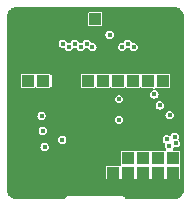
<source format=gbr>
%TF.GenerationSoftware,KiCad,Pcbnew,7.0.9-7.0.9~ubuntu22.04.1*%
%TF.CreationDate,2023-12-30T14:54:31+00:00*%
%TF.ProjectId,COM_MOD,434f4d5f-4d4f-4442-9e6b-696361645f70,1.0*%
%TF.SameCoordinates,Original*%
%TF.FileFunction,Copper,L2,Inr*%
%TF.FilePolarity,Positive*%
%FSLAX46Y46*%
G04 Gerber Fmt 4.6, Leading zero omitted, Abs format (unit mm)*
G04 Created by KiCad (PCBNEW 7.0.9-7.0.9~ubuntu22.04.1) date 2023-12-30 14:54:31*
%MOMM*%
%LPD*%
G01*
G04 APERTURE LIST*
%TA.AperFunction,ComponentPad*%
%ADD10R,1.000000X1.000000*%
%TD*%
%TA.AperFunction,ViaPad*%
%ADD11C,0.400000*%
%TD*%
G04 APERTURE END LIST*
D10*
%TO.N,/I2C_SDA*%
%TO.C,J17*%
X36580000Y-37770000D03*
%TD*%
%TO.N,/MISO*%
%TO.C,J5*%
X29365001Y-30000000D03*
%TD*%
%TO.N,/AUX3*%
%TO.C,J3*%
X30000001Y-24762500D03*
%TD*%
%TO.N,/AUX1*%
%TO.C,J19*%
X24285001Y-30000000D03*
%TD*%
%TO.N,/AUX2*%
%TO.C,J20*%
X35715001Y-30000000D03*
%TD*%
%TO.N,GND*%
%TO.C,J2*%
X26825001Y-30000000D03*
%TD*%
%TO.N,/SWDIO{slash}MISO_ARM*%
%TO.C,J12*%
X35310000Y-36500000D03*
%TD*%
%TO.N,/CSB*%
%TO.C,J8*%
X33175001Y-30000000D03*
%TD*%
%TO.N,+3.3V*%
%TO.C,J1*%
X25555001Y-30000000D03*
%TD*%
%TO.N,/SPICS_ARM*%
%TO.C,J15*%
X34040000Y-37770000D03*
%TD*%
%TO.N,/SCLK_ARM*%
%TO.C,J14*%
X32770000Y-36500000D03*
%TD*%
%TO.N,/AIN0*%
%TO.C,J18*%
X31500000Y-37770000D03*
%TD*%
%TO.N,/MOSI_ARM*%
%TO.C,J13*%
X34040001Y-36500000D03*
%TD*%
%TO.N,/SCLK*%
%TO.C,J7*%
X31905001Y-30000000D03*
%TD*%
%TO.N,/GPIO*%
%TO.C,J21*%
X32770000Y-37770000D03*
%TD*%
%TO.N,/i2C_SCL*%
%TO.C,J16*%
X35310000Y-37770000D03*
%TD*%
%TO.N,/IO1_out*%
%TO.C,J11*%
X36580000Y-36500000D03*
%TD*%
%TO.N,/MOSI*%
%TO.C,J6*%
X30635001Y-30000000D03*
%TD*%
%TO.N,/extRef*%
%TO.C,J9*%
X34445001Y-30000000D03*
%TD*%
D11*
%TO.N,GND*%
X30700000Y-34000000D03*
X31200000Y-33700000D03*
X23100000Y-31200000D03*
X27200000Y-33400000D03*
X33750000Y-33350000D03*
X35350000Y-24750000D03*
X36550000Y-26450000D03*
X27200000Y-32600000D03*
X30700000Y-33400000D03*
X35350000Y-26450000D03*
X25462500Y-31362500D03*
X30700000Y-32800000D03*
X27200000Y-34100000D03*
X34450000Y-34100000D03*
X34450000Y-33350000D03*
X30600000Y-34600000D03*
X24650000Y-26450000D03*
X35940001Y-25600000D03*
X23450000Y-26450000D03*
X36550000Y-24750000D03*
X33750000Y-34100000D03*
X24650000Y-24750000D03*
X24060001Y-25600000D03*
X23450000Y-24750000D03*
%TO.N,/addr_bus_0*%
X27750000Y-27150000D03*
%TO.N,/addr_bus_1*%
X28250000Y-26850000D03*
%TO.N,/addr_bus_2*%
X28750000Y-27150000D03*
%TO.N,/addr_bus_3*%
X29250000Y-26850000D03*
%TO.N,/addr_bus_4*%
X29750000Y-27150000D03*
%TO.N,/i2C_SCL*%
X33250000Y-27150000D03*
X36290000Y-32910000D03*
%TO.N,/I2C_SDA*%
X32750000Y-26850000D03*
%TO.N,/IO1_in*%
X35000000Y-31150000D03*
%TO.N,/IO2*%
X32250000Y-27150000D03*
%TO.N,/AUX3*%
X27250000Y-26850000D03*
%TO.N,/LED_IN*%
X35450001Y-32085000D03*
%TO.N,+3.3V*%
X32000000Y-31550000D03*
%TO.N,/addr_mod_0*%
X25440000Y-32970000D03*
X36730000Y-34730000D03*
%TO.N,/addr_mod_1*%
X25540000Y-34240000D03*
X36050000Y-34950000D03*
%TO.N,/addr_mod_2*%
X25700000Y-35600000D03*
X36260000Y-35530000D03*
%TO.N,/addr_mod_3*%
X27200000Y-35000000D03*
X32000000Y-33300000D03*
%TO.N,/IO1_out*%
X36800000Y-35290000D03*
X31200000Y-26100000D03*
%TD*%
%TA.AperFunction,Conductor*%
%TO.N,GND*%
G36*
X36753033Y-23760798D02*
G01*
X36800080Y-23765431D01*
X36882119Y-23773511D01*
X36905947Y-23778250D01*
X37021314Y-23813246D01*
X37043763Y-23822546D01*
X37050325Y-23826053D01*
X37150075Y-23879371D01*
X37170286Y-23892876D01*
X37263465Y-23969346D01*
X37280653Y-23986534D01*
X37357123Y-24079713D01*
X37370628Y-24099924D01*
X37427452Y-24206233D01*
X37436755Y-24228691D01*
X37471747Y-24344043D01*
X37476489Y-24367886D01*
X37489201Y-24496965D01*
X37489500Y-24503045D01*
X37489500Y-39246951D01*
X37489201Y-39253032D01*
X37476488Y-39382113D01*
X37471745Y-39405955D01*
X37436752Y-39521310D01*
X37427450Y-39543767D01*
X37370629Y-39650071D01*
X37357124Y-39670283D01*
X37280652Y-39763464D01*
X37263464Y-39780652D01*
X37170283Y-39857124D01*
X37150071Y-39870629D01*
X37043767Y-39927450D01*
X37021310Y-39936752D01*
X36905955Y-39971745D01*
X36882113Y-39976488D01*
X36753033Y-39989201D01*
X36746952Y-39989500D01*
X32610585Y-39989500D01*
X32543546Y-39969815D01*
X32497791Y-39917011D01*
X32492654Y-39903818D01*
X32485000Y-39880261D01*
X32456271Y-39840719D01*
X32436497Y-39813502D01*
X32369739Y-39765000D01*
X32291260Y-39739500D01*
X32291259Y-39739500D01*
X32252088Y-39739500D01*
X27753412Y-39739500D01*
X27750000Y-39739500D01*
X27708741Y-39739500D01*
X27708739Y-39739500D01*
X27630260Y-39765000D01*
X27563502Y-39813502D01*
X27515000Y-39880260D01*
X27507346Y-39903818D01*
X27467909Y-39961493D01*
X27403550Y-39988692D01*
X27389415Y-39989500D01*
X23253048Y-39989500D01*
X23246967Y-39989201D01*
X23117886Y-39976488D01*
X23094044Y-39971745D01*
X22978689Y-39936752D01*
X22956232Y-39927450D01*
X22849928Y-39870629D01*
X22829716Y-39857124D01*
X22736535Y-39780652D01*
X22719347Y-39763464D01*
X22642875Y-39670283D01*
X22629370Y-39650071D01*
X22572549Y-39543767D01*
X22563247Y-39521310D01*
X22528254Y-39405955D01*
X22523512Y-39382118D01*
X22510800Y-39253041D01*
X22510501Y-39246961D01*
X22510501Y-38278908D01*
X30909500Y-38278908D01*
X30914751Y-38305312D01*
X30914752Y-38305314D01*
X30934752Y-38335247D01*
X30964688Y-38355249D01*
X30973407Y-38356983D01*
X30991087Y-38360500D01*
X32008912Y-38360499D01*
X32035311Y-38355249D01*
X32065247Y-38335247D01*
X32065247Y-38335246D01*
X32066110Y-38334670D01*
X32132787Y-38313793D01*
X32200167Y-38332278D01*
X32203890Y-38334670D01*
X32204752Y-38335246D01*
X32204753Y-38335247D01*
X32234689Y-38355249D01*
X32261087Y-38360500D01*
X33278912Y-38360499D01*
X33305311Y-38355249D01*
X33335247Y-38335247D01*
X33335247Y-38335246D01*
X33336110Y-38334670D01*
X33402787Y-38313793D01*
X33470167Y-38332278D01*
X33473890Y-38334670D01*
X33474752Y-38335246D01*
X33474753Y-38335247D01*
X33504689Y-38355249D01*
X33531087Y-38360500D01*
X34548912Y-38360499D01*
X34575311Y-38355249D01*
X34605247Y-38335247D01*
X34605247Y-38335246D01*
X34606110Y-38334670D01*
X34672787Y-38313793D01*
X34740167Y-38332278D01*
X34743890Y-38334670D01*
X34744752Y-38335246D01*
X34744753Y-38335247D01*
X34774689Y-38355249D01*
X34801087Y-38360500D01*
X35818912Y-38360499D01*
X35845311Y-38355249D01*
X35875247Y-38335247D01*
X35875247Y-38335246D01*
X35876110Y-38334670D01*
X35942787Y-38313793D01*
X36010167Y-38332278D01*
X36013890Y-38334670D01*
X36014752Y-38335246D01*
X36014753Y-38335247D01*
X36044689Y-38355249D01*
X36071087Y-38360500D01*
X37088912Y-38360499D01*
X37115311Y-38355249D01*
X37145247Y-38335247D01*
X37165249Y-38305311D01*
X37170500Y-38278913D01*
X37170499Y-37261088D01*
X37165249Y-37234689D01*
X37165248Y-37234687D01*
X37165247Y-37234685D01*
X37144670Y-37203888D01*
X37123793Y-37137210D01*
X37142279Y-37069830D01*
X37144671Y-37066108D01*
X37145245Y-37065247D01*
X37145247Y-37065247D01*
X37165249Y-37035311D01*
X37170500Y-37008913D01*
X37170499Y-35991088D01*
X37165249Y-35964689D01*
X37165248Y-35964687D01*
X37165247Y-35964685D01*
X37145247Y-35934752D01*
X37115311Y-35914750D01*
X37088915Y-35909500D01*
X36662359Y-35909500D01*
X36595320Y-35889815D01*
X36549565Y-35837011D01*
X36539621Y-35767853D01*
X36551871Y-35729211D01*
X36569267Y-35695069D01*
X36617239Y-35644277D01*
X36685060Y-35627482D01*
X36699142Y-35628894D01*
X36767100Y-35639658D01*
X36799999Y-35644869D01*
X36800000Y-35644869D01*
X36800002Y-35644869D01*
X36909658Y-35627501D01*
X36909659Y-35627500D01*
X36909661Y-35627500D01*
X37008587Y-35577095D01*
X37087095Y-35498587D01*
X37137500Y-35399661D01*
X37137500Y-35399659D01*
X37137501Y-35399658D01*
X37154869Y-35290002D01*
X37154869Y-35289997D01*
X37137501Y-35180341D01*
X37101486Y-35109658D01*
X37087095Y-35081413D01*
X37087092Y-35081410D01*
X37087090Y-35081407D01*
X37056217Y-35050534D01*
X37022732Y-34989211D01*
X37027716Y-34919519D01*
X37033403Y-34906579D01*
X37067500Y-34839661D01*
X37083061Y-34741414D01*
X37084869Y-34730002D01*
X37084869Y-34729997D01*
X37067501Y-34620341D01*
X37045673Y-34577501D01*
X37017095Y-34521413D01*
X37017092Y-34521410D01*
X37017090Y-34521407D01*
X36938592Y-34442909D01*
X36938588Y-34442906D01*
X36938587Y-34442905D01*
X36934743Y-34440946D01*
X36839658Y-34392498D01*
X36730002Y-34375131D01*
X36729998Y-34375131D01*
X36620341Y-34392498D01*
X36521414Y-34442904D01*
X36521407Y-34442909D01*
X36442909Y-34521407D01*
X36442906Y-34521412D01*
X36442905Y-34521413D01*
X36414327Y-34577501D01*
X36403976Y-34597816D01*
X36356001Y-34648612D01*
X36288180Y-34665407D01*
X36237197Y-34652006D01*
X36159658Y-34612498D01*
X36050002Y-34595131D01*
X36049998Y-34595131D01*
X35940341Y-34612498D01*
X35841414Y-34662904D01*
X35841407Y-34662909D01*
X35762909Y-34741407D01*
X35762904Y-34741414D01*
X35712498Y-34840341D01*
X35695131Y-34949997D01*
X35695131Y-34950002D01*
X35712498Y-35059658D01*
X35762904Y-35158585D01*
X35762909Y-35158592D01*
X35841407Y-35237090D01*
X35841410Y-35237092D01*
X35841413Y-35237095D01*
X35857185Y-35245131D01*
X35869427Y-35251369D01*
X35920222Y-35299343D01*
X35937017Y-35367164D01*
X35925482Y-35411052D01*
X35925514Y-35411063D01*
X35925337Y-35411604D01*
X35923621Y-35418138D01*
X35922499Y-35420339D01*
X35922499Y-35420340D01*
X35905131Y-35529997D01*
X35905131Y-35530002D01*
X35922498Y-35639658D01*
X35971115Y-35735074D01*
X35984011Y-35803743D01*
X35957734Y-35868483D01*
X35900628Y-35908740D01*
X35836441Y-35912986D01*
X35818914Y-35909500D01*
X34801091Y-35909500D01*
X34774688Y-35914751D01*
X34743889Y-35935330D01*
X34677211Y-35956206D01*
X34609831Y-35937720D01*
X34606111Y-35935329D01*
X34575312Y-35914750D01*
X34548916Y-35909500D01*
X33531092Y-35909500D01*
X33504688Y-35914751D01*
X33504683Y-35914753D01*
X33473887Y-35935330D01*
X33407209Y-35956206D01*
X33339830Y-35937719D01*
X33336112Y-35935330D01*
X33305310Y-35914750D01*
X33305311Y-35914750D01*
X33278915Y-35909500D01*
X32261091Y-35909500D01*
X32234687Y-35914751D01*
X32234685Y-35914752D01*
X32204752Y-35934752D01*
X32184750Y-35964688D01*
X32179500Y-35991084D01*
X32179500Y-37008908D01*
X32185654Y-37039850D01*
X32179423Y-37109441D01*
X32136557Y-37164616D01*
X32070666Y-37187858D01*
X32039843Y-37185652D01*
X32008915Y-37179500D01*
X30991091Y-37179500D01*
X30964687Y-37184751D01*
X30964685Y-37184752D01*
X30934752Y-37204752D01*
X30914750Y-37234688D01*
X30909500Y-37261084D01*
X30909500Y-38278908D01*
X22510501Y-38278908D01*
X22510501Y-35600002D01*
X25345131Y-35600002D01*
X25362498Y-35709658D01*
X25412904Y-35808585D01*
X25412909Y-35808592D01*
X25491407Y-35887090D01*
X25491410Y-35887092D01*
X25491413Y-35887095D01*
X25584946Y-35934752D01*
X25590341Y-35937501D01*
X25699998Y-35954869D01*
X25700000Y-35954869D01*
X25700002Y-35954869D01*
X25809658Y-35937501D01*
X25809659Y-35937500D01*
X25809661Y-35937500D01*
X25908587Y-35887095D01*
X25987095Y-35808587D01*
X26037500Y-35709661D01*
X26037500Y-35709659D01*
X26037501Y-35709658D01*
X26054869Y-35600002D01*
X26054869Y-35599997D01*
X26037501Y-35490341D01*
X26000712Y-35418138D01*
X25987095Y-35391413D01*
X25987092Y-35391410D01*
X25987090Y-35391407D01*
X25908592Y-35312909D01*
X25908588Y-35312906D01*
X25908587Y-35312905D01*
X25863637Y-35290002D01*
X25809658Y-35262498D01*
X25700002Y-35245131D01*
X25699998Y-35245131D01*
X25590341Y-35262498D01*
X25491414Y-35312904D01*
X25491407Y-35312909D01*
X25412909Y-35391407D01*
X25412904Y-35391414D01*
X25362498Y-35490341D01*
X25345131Y-35599997D01*
X25345131Y-35600002D01*
X22510501Y-35600002D01*
X22510501Y-35000002D01*
X26845131Y-35000002D01*
X26862498Y-35109658D01*
X26912904Y-35208585D01*
X26912909Y-35208592D01*
X26991407Y-35287090D01*
X26991410Y-35287092D01*
X26991413Y-35287095D01*
X27090339Y-35337500D01*
X27090341Y-35337501D01*
X27199998Y-35354869D01*
X27200000Y-35354869D01*
X27200002Y-35354869D01*
X27309658Y-35337501D01*
X27309659Y-35337500D01*
X27309661Y-35337500D01*
X27408587Y-35287095D01*
X27487095Y-35208587D01*
X27537500Y-35109661D01*
X27537500Y-35109659D01*
X27537501Y-35109658D01*
X27554869Y-35000002D01*
X27554869Y-34999997D01*
X27537501Y-34890341D01*
X27511676Y-34839656D01*
X27487095Y-34791413D01*
X27487092Y-34791410D01*
X27487090Y-34791407D01*
X27408592Y-34712909D01*
X27408588Y-34712906D01*
X27408587Y-34712905D01*
X27404743Y-34710946D01*
X27309658Y-34662498D01*
X27200002Y-34645131D01*
X27199998Y-34645131D01*
X27090341Y-34662498D01*
X26991414Y-34712904D01*
X26991407Y-34712909D01*
X26912909Y-34791407D01*
X26912904Y-34791414D01*
X26862498Y-34890341D01*
X26845131Y-34999997D01*
X26845131Y-35000002D01*
X22510501Y-35000002D01*
X22510501Y-34240002D01*
X25185131Y-34240002D01*
X25202498Y-34349658D01*
X25252904Y-34448585D01*
X25252909Y-34448592D01*
X25331407Y-34527090D01*
X25331410Y-34527092D01*
X25331413Y-34527095D01*
X25430339Y-34577500D01*
X25430341Y-34577501D01*
X25539998Y-34594869D01*
X25540000Y-34594869D01*
X25540002Y-34594869D01*
X25649658Y-34577501D01*
X25649659Y-34577500D01*
X25649661Y-34577500D01*
X25748587Y-34527095D01*
X25827095Y-34448587D01*
X25877500Y-34349661D01*
X25877500Y-34349659D01*
X25877501Y-34349658D01*
X25894869Y-34240002D01*
X25894869Y-34239997D01*
X25877501Y-34130341D01*
X25877500Y-34130339D01*
X25827095Y-34031413D01*
X25827092Y-34031410D01*
X25827090Y-34031407D01*
X25748592Y-33952909D01*
X25748588Y-33952906D01*
X25748587Y-33952905D01*
X25744743Y-33950946D01*
X25649658Y-33902498D01*
X25540002Y-33885131D01*
X25539998Y-33885131D01*
X25430341Y-33902498D01*
X25331414Y-33952904D01*
X25331407Y-33952909D01*
X25252909Y-34031407D01*
X25252904Y-34031414D01*
X25202498Y-34130341D01*
X25185131Y-34239997D01*
X25185131Y-34240002D01*
X22510501Y-34240002D01*
X22510501Y-32970002D01*
X25085131Y-32970002D01*
X25102498Y-33079658D01*
X25152904Y-33178585D01*
X25152909Y-33178592D01*
X25231407Y-33257090D01*
X25231410Y-33257092D01*
X25231413Y-33257095D01*
X25315623Y-33300002D01*
X25330341Y-33307501D01*
X25439998Y-33324869D01*
X25440000Y-33324869D01*
X25440002Y-33324869D01*
X25549658Y-33307501D01*
X25549659Y-33307500D01*
X25549661Y-33307500D01*
X25564377Y-33300002D01*
X31645131Y-33300002D01*
X31662498Y-33409658D01*
X31712904Y-33508585D01*
X31712909Y-33508592D01*
X31791407Y-33587090D01*
X31791410Y-33587092D01*
X31791413Y-33587095D01*
X31890339Y-33637500D01*
X31890341Y-33637501D01*
X31999998Y-33654869D01*
X32000000Y-33654869D01*
X32000002Y-33654869D01*
X32109658Y-33637501D01*
X32109659Y-33637500D01*
X32109661Y-33637500D01*
X32208587Y-33587095D01*
X32287095Y-33508587D01*
X32337500Y-33409661D01*
X32337500Y-33409659D01*
X32337501Y-33409658D01*
X32354869Y-33300002D01*
X32354869Y-33299997D01*
X32337501Y-33190341D01*
X32300943Y-33118592D01*
X32287095Y-33091413D01*
X32287092Y-33091410D01*
X32287090Y-33091407D01*
X32208592Y-33012909D01*
X32208588Y-33012906D01*
X32208587Y-33012905D01*
X32124381Y-32970000D01*
X32109658Y-32962498D01*
X32000002Y-32945131D01*
X31999998Y-32945131D01*
X31890341Y-32962498D01*
X31791414Y-33012904D01*
X31791407Y-33012909D01*
X31712909Y-33091407D01*
X31712904Y-33091414D01*
X31662498Y-33190341D01*
X31645131Y-33299997D01*
X31645131Y-33300002D01*
X25564377Y-33300002D01*
X25648587Y-33257095D01*
X25727095Y-33178587D01*
X25777500Y-33079661D01*
X25777500Y-33079659D01*
X25777501Y-33079658D01*
X25794869Y-32970002D01*
X25794869Y-32969997D01*
X25785367Y-32910002D01*
X35935131Y-32910002D01*
X35952498Y-33019658D01*
X36002904Y-33118585D01*
X36002909Y-33118592D01*
X36081407Y-33197090D01*
X36081410Y-33197092D01*
X36081413Y-33197095D01*
X36180339Y-33247500D01*
X36180341Y-33247501D01*
X36289998Y-33264869D01*
X36290000Y-33264869D01*
X36290002Y-33264869D01*
X36399658Y-33247501D01*
X36399659Y-33247500D01*
X36399661Y-33247500D01*
X36498587Y-33197095D01*
X36577095Y-33118587D01*
X36627500Y-33019661D01*
X36627500Y-33019659D01*
X36627501Y-33019658D01*
X36644869Y-32910002D01*
X36644869Y-32909997D01*
X36627501Y-32800341D01*
X36607663Y-32761407D01*
X36577095Y-32701413D01*
X36577092Y-32701410D01*
X36577090Y-32701407D01*
X36498592Y-32622909D01*
X36498588Y-32622906D01*
X36498587Y-32622905D01*
X36483330Y-32615131D01*
X36399658Y-32572498D01*
X36290002Y-32555131D01*
X36289998Y-32555131D01*
X36180341Y-32572498D01*
X36081414Y-32622904D01*
X36081407Y-32622909D01*
X36002909Y-32701407D01*
X36002904Y-32701414D01*
X35952498Y-32800341D01*
X35935131Y-32909997D01*
X35935131Y-32910002D01*
X25785367Y-32910002D01*
X25777501Y-32860341D01*
X25777500Y-32860339D01*
X25727095Y-32761413D01*
X25727092Y-32761410D01*
X25727090Y-32761407D01*
X25648592Y-32682909D01*
X25648588Y-32682906D01*
X25648587Y-32682905D01*
X25644743Y-32680946D01*
X25549658Y-32632498D01*
X25440002Y-32615131D01*
X25439998Y-32615131D01*
X25330341Y-32632498D01*
X25231414Y-32682904D01*
X25231407Y-32682909D01*
X25152909Y-32761407D01*
X25152904Y-32761414D01*
X25102498Y-32860341D01*
X25085131Y-32969997D01*
X25085131Y-32970002D01*
X22510501Y-32970002D01*
X22510501Y-32085002D01*
X35095132Y-32085002D01*
X35112499Y-32194658D01*
X35162905Y-32293585D01*
X35162910Y-32293592D01*
X35241408Y-32372090D01*
X35241411Y-32372092D01*
X35241414Y-32372095D01*
X35340340Y-32422500D01*
X35340342Y-32422501D01*
X35449999Y-32439869D01*
X35450001Y-32439869D01*
X35450003Y-32439869D01*
X35559659Y-32422501D01*
X35559660Y-32422500D01*
X35559662Y-32422500D01*
X35658588Y-32372095D01*
X35737096Y-32293587D01*
X35787501Y-32194661D01*
X35787501Y-32194659D01*
X35787502Y-32194658D01*
X35804870Y-32085002D01*
X35804870Y-32084997D01*
X35787502Y-31975341D01*
X35751595Y-31904869D01*
X35737096Y-31876413D01*
X35737093Y-31876410D01*
X35737091Y-31876407D01*
X35658593Y-31797909D01*
X35658589Y-31797906D01*
X35658588Y-31797905D01*
X35654744Y-31795946D01*
X35559659Y-31747498D01*
X35450003Y-31730131D01*
X35449999Y-31730131D01*
X35340342Y-31747498D01*
X35241415Y-31797904D01*
X35241408Y-31797909D01*
X35162910Y-31876407D01*
X35162905Y-31876414D01*
X35112499Y-31975341D01*
X35095132Y-32084997D01*
X35095132Y-32085002D01*
X22510501Y-32085002D01*
X22510501Y-31550002D01*
X31645131Y-31550002D01*
X31662498Y-31659658D01*
X31712904Y-31758585D01*
X31712909Y-31758592D01*
X31791407Y-31837090D01*
X31791410Y-31837092D01*
X31791413Y-31837095D01*
X31890339Y-31887500D01*
X31890341Y-31887501D01*
X31999998Y-31904869D01*
X32000000Y-31904869D01*
X32000002Y-31904869D01*
X32109658Y-31887501D01*
X32109659Y-31887500D01*
X32109661Y-31887500D01*
X32208587Y-31837095D01*
X32287095Y-31758587D01*
X32337500Y-31659661D01*
X32337500Y-31659659D01*
X32337501Y-31659658D01*
X32354869Y-31550002D01*
X32354869Y-31549997D01*
X32337501Y-31440341D01*
X32295848Y-31358592D01*
X32287095Y-31341413D01*
X32287092Y-31341410D01*
X32287090Y-31341407D01*
X32208592Y-31262909D01*
X32208588Y-31262906D01*
X32208587Y-31262905D01*
X32202214Y-31259658D01*
X32109658Y-31212498D01*
X32000002Y-31195131D01*
X31999998Y-31195131D01*
X31890341Y-31212498D01*
X31791414Y-31262904D01*
X31791407Y-31262909D01*
X31712909Y-31341407D01*
X31712904Y-31341414D01*
X31662498Y-31440341D01*
X31645131Y-31549997D01*
X31645131Y-31550002D01*
X22510501Y-31550002D01*
X22510501Y-30508908D01*
X23694501Y-30508908D01*
X23699752Y-30535312D01*
X23699753Y-30535314D01*
X23719753Y-30565247D01*
X23749689Y-30585249D01*
X23758408Y-30586983D01*
X23776088Y-30590500D01*
X24793913Y-30590499D01*
X24820312Y-30585249D01*
X24850248Y-30565247D01*
X24850248Y-30565246D01*
X24851111Y-30564670D01*
X24917788Y-30543793D01*
X24985168Y-30562278D01*
X24988891Y-30564670D01*
X24989753Y-30565246D01*
X24989754Y-30565247D01*
X25019690Y-30585249D01*
X25046088Y-30590500D01*
X26063913Y-30590499D01*
X26090312Y-30585249D01*
X26120248Y-30565247D01*
X26130582Y-30549779D01*
X26184192Y-30504974D01*
X26253516Y-30496264D01*
X26302577Y-30515566D01*
X26315088Y-30523926D01*
X26322500Y-30525399D01*
X26322501Y-30525400D01*
X27327501Y-30525400D01*
X27327501Y-30525399D01*
X27334913Y-30523926D01*
X27343313Y-30518312D01*
X27348927Y-30509912D01*
X27349127Y-30508908D01*
X28774501Y-30508908D01*
X28779752Y-30535312D01*
X28779753Y-30535314D01*
X28799753Y-30565247D01*
X28829689Y-30585249D01*
X28838408Y-30586983D01*
X28856088Y-30590500D01*
X29873913Y-30590499D01*
X29900312Y-30585249D01*
X29930248Y-30565247D01*
X29930248Y-30565246D01*
X29931111Y-30564670D01*
X29997788Y-30543793D01*
X30065168Y-30562278D01*
X30068891Y-30564670D01*
X30069753Y-30565246D01*
X30069754Y-30565247D01*
X30099690Y-30585249D01*
X30126088Y-30590500D01*
X31143913Y-30590499D01*
X31170312Y-30585249D01*
X31200248Y-30565247D01*
X31200248Y-30565246D01*
X31201111Y-30564670D01*
X31267788Y-30543793D01*
X31335168Y-30562278D01*
X31338891Y-30564670D01*
X31339753Y-30565246D01*
X31339754Y-30565247D01*
X31369690Y-30585249D01*
X31396088Y-30590500D01*
X32413913Y-30590499D01*
X32440312Y-30585249D01*
X32470248Y-30565247D01*
X32470248Y-30565246D01*
X32471111Y-30564670D01*
X32537788Y-30543793D01*
X32605168Y-30562278D01*
X32608891Y-30564670D01*
X32609753Y-30565246D01*
X32609754Y-30565247D01*
X32639690Y-30585249D01*
X32666088Y-30590500D01*
X33683913Y-30590499D01*
X33710312Y-30585249D01*
X33740248Y-30565247D01*
X33740248Y-30565246D01*
X33741111Y-30564670D01*
X33807788Y-30543793D01*
X33875168Y-30562278D01*
X33878891Y-30564670D01*
X33879753Y-30565246D01*
X33879754Y-30565247D01*
X33909690Y-30585249D01*
X33936088Y-30590500D01*
X34809543Y-30590499D01*
X34876582Y-30610183D01*
X34922337Y-30662987D01*
X34932281Y-30732146D01*
X34903256Y-30795702D01*
X34865838Y-30824983D01*
X34791413Y-30862905D01*
X34791412Y-30862906D01*
X34791407Y-30862909D01*
X34712909Y-30941407D01*
X34712904Y-30941414D01*
X34662498Y-31040341D01*
X34645131Y-31149997D01*
X34645131Y-31150002D01*
X34662498Y-31259658D01*
X34712904Y-31358585D01*
X34712909Y-31358592D01*
X34791407Y-31437090D01*
X34791410Y-31437092D01*
X34791413Y-31437095D01*
X34890339Y-31487500D01*
X34890341Y-31487501D01*
X34999998Y-31504869D01*
X35000000Y-31504869D01*
X35000002Y-31504869D01*
X35109658Y-31487501D01*
X35109659Y-31487500D01*
X35109661Y-31487500D01*
X35208587Y-31437095D01*
X35287095Y-31358587D01*
X35337500Y-31259661D01*
X35337500Y-31259659D01*
X35337501Y-31259658D01*
X35354869Y-31150002D01*
X35354869Y-31149997D01*
X35337501Y-31040341D01*
X35337500Y-31040339D01*
X35287095Y-30941413D01*
X35287092Y-30941410D01*
X35287090Y-30941407D01*
X35208592Y-30862909D01*
X35208588Y-30862906D01*
X35208587Y-30862905D01*
X35131875Y-30823819D01*
X35081081Y-30775845D01*
X35064286Y-30708025D01*
X35086823Y-30641890D01*
X35141538Y-30598438D01*
X35200331Y-30589933D01*
X35206080Y-30590498D01*
X35206088Y-30590500D01*
X36223913Y-30590499D01*
X36250312Y-30585249D01*
X36280248Y-30565247D01*
X36300250Y-30535311D01*
X36305501Y-30508913D01*
X36305500Y-29491088D01*
X36300250Y-29464689D01*
X36300249Y-29464687D01*
X36300248Y-29464685D01*
X36280248Y-29434752D01*
X36250312Y-29414750D01*
X36223916Y-29409500D01*
X35206092Y-29409500D01*
X35179688Y-29414751D01*
X35179683Y-29414753D01*
X35148887Y-29435330D01*
X35082209Y-29456206D01*
X35014830Y-29437719D01*
X35011111Y-29435329D01*
X34980312Y-29414750D01*
X34953916Y-29409500D01*
X33936092Y-29409500D01*
X33909688Y-29414751D01*
X33909683Y-29414753D01*
X33878887Y-29435330D01*
X33812209Y-29456206D01*
X33744830Y-29437719D01*
X33741111Y-29435329D01*
X33710312Y-29414750D01*
X33683916Y-29409500D01*
X32666092Y-29409500D01*
X32639688Y-29414751D01*
X32639683Y-29414753D01*
X32608887Y-29435330D01*
X32542209Y-29456206D01*
X32474830Y-29437719D01*
X32471111Y-29435329D01*
X32440312Y-29414750D01*
X32413916Y-29409500D01*
X31396092Y-29409500D01*
X31369688Y-29414751D01*
X31369683Y-29414753D01*
X31338887Y-29435330D01*
X31272209Y-29456206D01*
X31204830Y-29437719D01*
X31201111Y-29435329D01*
X31170312Y-29414750D01*
X31143916Y-29409500D01*
X30126092Y-29409500D01*
X30099688Y-29414751D01*
X30099683Y-29414753D01*
X30068887Y-29435330D01*
X30002209Y-29456206D01*
X29934830Y-29437719D01*
X29931111Y-29435329D01*
X29900312Y-29414750D01*
X29873916Y-29409500D01*
X28856092Y-29409500D01*
X28829688Y-29414751D01*
X28829686Y-29414752D01*
X28799753Y-29434752D01*
X28779751Y-29464688D01*
X28774501Y-29491084D01*
X28774501Y-30508908D01*
X27349127Y-30508908D01*
X27350400Y-30502500D01*
X27350401Y-30502500D01*
X27350401Y-29497500D01*
X27350400Y-29497499D01*
X27348927Y-29490087D01*
X27343313Y-29481687D01*
X27334913Y-29476073D01*
X27327501Y-29474600D01*
X26322501Y-29474600D01*
X26315087Y-29476074D01*
X26302574Y-29484435D01*
X26235896Y-29505311D01*
X26168516Y-29486825D01*
X26130582Y-29450220D01*
X26120248Y-29434753D01*
X26120246Y-29434752D01*
X26120246Y-29434751D01*
X26090312Y-29414750D01*
X26063916Y-29409500D01*
X25046092Y-29409500D01*
X25019688Y-29414751D01*
X25019683Y-29414753D01*
X24988887Y-29435330D01*
X24922209Y-29456206D01*
X24854830Y-29437719D01*
X24851111Y-29435329D01*
X24820312Y-29414750D01*
X24793916Y-29409500D01*
X23776092Y-29409500D01*
X23749688Y-29414751D01*
X23749686Y-29414752D01*
X23719753Y-29434752D01*
X23699751Y-29464688D01*
X23694501Y-29491084D01*
X23694501Y-30508908D01*
X22510501Y-30508908D01*
X22510501Y-26850002D01*
X26895131Y-26850002D01*
X26912498Y-26959658D01*
X26962904Y-27058585D01*
X26962909Y-27058592D01*
X27041407Y-27137090D01*
X27041410Y-27137092D01*
X27041413Y-27137095D01*
X27066741Y-27150000D01*
X27140341Y-27187501D01*
X27249998Y-27204869D01*
X27249999Y-27204869D01*
X27249999Y-27204868D01*
X27250000Y-27204869D01*
X27285550Y-27199238D01*
X27354842Y-27208192D01*
X27408294Y-27253187D01*
X27415427Y-27265406D01*
X27462905Y-27358587D01*
X27462906Y-27358588D01*
X27462909Y-27358592D01*
X27541407Y-27437090D01*
X27541410Y-27437092D01*
X27541413Y-27437095D01*
X27640339Y-27487500D01*
X27640341Y-27487501D01*
X27749998Y-27504869D01*
X27750000Y-27504869D01*
X27750002Y-27504869D01*
X27859658Y-27487501D01*
X27859659Y-27487500D01*
X27859661Y-27487500D01*
X27958587Y-27437095D01*
X28037095Y-27358587D01*
X28084568Y-27265414D01*
X28132539Y-27214621D01*
X28200360Y-27197825D01*
X28214444Y-27199237D01*
X28250000Y-27204869D01*
X28285550Y-27199238D01*
X28354842Y-27208192D01*
X28408294Y-27253187D01*
X28415427Y-27265406D01*
X28462905Y-27358587D01*
X28462906Y-27358588D01*
X28462909Y-27358592D01*
X28541407Y-27437090D01*
X28541410Y-27437092D01*
X28541413Y-27437095D01*
X28640339Y-27487500D01*
X28640341Y-27487501D01*
X28749998Y-27504869D01*
X28750000Y-27504869D01*
X28750002Y-27504869D01*
X28859658Y-27487501D01*
X28859659Y-27487500D01*
X28859661Y-27487500D01*
X28958587Y-27437095D01*
X29037095Y-27358587D01*
X29084568Y-27265414D01*
X29132539Y-27214621D01*
X29200360Y-27197825D01*
X29214444Y-27199237D01*
X29250000Y-27204869D01*
X29285550Y-27199238D01*
X29354842Y-27208192D01*
X29408294Y-27253187D01*
X29415427Y-27265406D01*
X29462905Y-27358587D01*
X29462906Y-27358588D01*
X29462909Y-27358592D01*
X29541407Y-27437090D01*
X29541410Y-27437092D01*
X29541413Y-27437095D01*
X29640339Y-27487500D01*
X29640341Y-27487501D01*
X29749998Y-27504869D01*
X29750000Y-27504869D01*
X29750002Y-27504869D01*
X29859658Y-27487501D01*
X29859659Y-27487500D01*
X29859661Y-27487500D01*
X29958587Y-27437095D01*
X30037095Y-27358587D01*
X30087500Y-27259661D01*
X30087500Y-27259659D01*
X30087501Y-27259658D01*
X30104869Y-27150002D01*
X31895131Y-27150002D01*
X31912498Y-27259658D01*
X31960946Y-27354743D01*
X31962904Y-27358586D01*
X31962909Y-27358592D01*
X32041407Y-27437090D01*
X32041410Y-27437092D01*
X32041413Y-27437095D01*
X32140339Y-27487500D01*
X32140341Y-27487501D01*
X32249998Y-27504869D01*
X32250000Y-27504869D01*
X32250002Y-27504869D01*
X32359658Y-27487501D01*
X32359659Y-27487500D01*
X32359661Y-27487500D01*
X32458587Y-27437095D01*
X32537095Y-27358587D01*
X32584568Y-27265414D01*
X32632539Y-27214621D01*
X32700360Y-27197825D01*
X32714444Y-27199237D01*
X32750000Y-27204869D01*
X32785550Y-27199238D01*
X32854842Y-27208192D01*
X32908294Y-27253187D01*
X32915427Y-27265406D01*
X32962905Y-27358587D01*
X32962906Y-27358588D01*
X32962909Y-27358592D01*
X33041407Y-27437090D01*
X33041410Y-27437092D01*
X33041413Y-27437095D01*
X33140339Y-27487500D01*
X33140341Y-27487501D01*
X33249998Y-27504869D01*
X33250000Y-27504869D01*
X33250002Y-27504869D01*
X33359658Y-27487501D01*
X33359659Y-27487500D01*
X33359661Y-27487500D01*
X33458587Y-27437095D01*
X33537095Y-27358587D01*
X33587500Y-27259661D01*
X33587500Y-27259659D01*
X33587501Y-27259658D01*
X33604869Y-27150002D01*
X33604869Y-27149997D01*
X33587501Y-27040341D01*
X33587500Y-27040339D01*
X33537095Y-26941413D01*
X33537092Y-26941410D01*
X33537090Y-26941407D01*
X33458592Y-26862909D01*
X33458588Y-26862906D01*
X33458587Y-26862905D01*
X33433263Y-26850002D01*
X33359658Y-26812498D01*
X33250002Y-26795131D01*
X33250000Y-26795131D01*
X33214448Y-26800762D01*
X33145154Y-26791806D01*
X33091703Y-26746809D01*
X33084567Y-26734583D01*
X33037095Y-26641413D01*
X33037092Y-26641410D01*
X33037090Y-26641407D01*
X32958592Y-26562909D01*
X32958588Y-26562906D01*
X32958587Y-26562905D01*
X32954743Y-26560946D01*
X32859658Y-26512498D01*
X32750002Y-26495131D01*
X32749998Y-26495131D01*
X32640341Y-26512498D01*
X32541414Y-26562904D01*
X32541407Y-26562909D01*
X32462909Y-26641407D01*
X32462906Y-26641412D01*
X32462905Y-26641413D01*
X32415433Y-26734583D01*
X32367458Y-26785379D01*
X32299637Y-26802174D01*
X32285551Y-26800761D01*
X32250003Y-26795131D01*
X32249998Y-26795131D01*
X32140341Y-26812498D01*
X32041414Y-26862904D01*
X32041407Y-26862909D01*
X31962909Y-26941407D01*
X31962904Y-26941414D01*
X31912498Y-27040341D01*
X31895131Y-27149997D01*
X31895131Y-27150002D01*
X30104869Y-27150002D01*
X30104869Y-27149997D01*
X30087501Y-27040341D01*
X30087500Y-27040339D01*
X30037095Y-26941413D01*
X30037092Y-26941410D01*
X30037090Y-26941407D01*
X29958592Y-26862909D01*
X29958588Y-26862906D01*
X29958587Y-26862905D01*
X29933263Y-26850002D01*
X29859658Y-26812498D01*
X29750002Y-26795131D01*
X29750000Y-26795131D01*
X29714448Y-26800762D01*
X29645154Y-26791806D01*
X29591703Y-26746809D01*
X29584567Y-26734583D01*
X29537095Y-26641413D01*
X29537092Y-26641410D01*
X29537090Y-26641407D01*
X29458592Y-26562909D01*
X29458588Y-26562906D01*
X29458587Y-26562905D01*
X29454743Y-26560946D01*
X29359658Y-26512498D01*
X29250002Y-26495131D01*
X29249998Y-26495131D01*
X29140341Y-26512498D01*
X29041414Y-26562904D01*
X29041407Y-26562909D01*
X28962909Y-26641407D01*
X28962906Y-26641412D01*
X28962905Y-26641413D01*
X28915433Y-26734583D01*
X28867458Y-26785379D01*
X28799637Y-26802174D01*
X28785551Y-26800761D01*
X28750003Y-26795131D01*
X28750001Y-26795131D01*
X28750000Y-26795131D01*
X28714448Y-26800762D01*
X28645154Y-26791806D01*
X28591703Y-26746809D01*
X28584567Y-26734583D01*
X28537095Y-26641413D01*
X28537092Y-26641410D01*
X28537090Y-26641407D01*
X28458592Y-26562909D01*
X28458588Y-26562906D01*
X28458587Y-26562905D01*
X28454743Y-26560946D01*
X28359658Y-26512498D01*
X28250002Y-26495131D01*
X28249998Y-26495131D01*
X28140341Y-26512498D01*
X28041414Y-26562904D01*
X28041407Y-26562909D01*
X27962909Y-26641407D01*
X27962906Y-26641412D01*
X27962905Y-26641413D01*
X27915433Y-26734583D01*
X27867458Y-26785379D01*
X27799637Y-26802174D01*
X27785551Y-26800761D01*
X27750003Y-26795131D01*
X27750001Y-26795131D01*
X27750000Y-26795131D01*
X27714448Y-26800762D01*
X27645154Y-26791806D01*
X27591703Y-26746809D01*
X27584567Y-26734583D01*
X27537095Y-26641413D01*
X27537092Y-26641410D01*
X27537090Y-26641407D01*
X27458592Y-26562909D01*
X27458588Y-26562906D01*
X27458587Y-26562905D01*
X27454743Y-26560946D01*
X27359658Y-26512498D01*
X27250002Y-26495131D01*
X27249998Y-26495131D01*
X27140341Y-26512498D01*
X27041414Y-26562904D01*
X27041407Y-26562909D01*
X26962909Y-26641407D01*
X26962904Y-26641414D01*
X26912498Y-26740341D01*
X26895131Y-26849997D01*
X26895131Y-26850002D01*
X22510501Y-26850002D01*
X22510501Y-26100002D01*
X30845131Y-26100002D01*
X30862498Y-26209658D01*
X30912904Y-26308585D01*
X30912909Y-26308592D01*
X30991407Y-26387090D01*
X30991410Y-26387092D01*
X30991413Y-26387095D01*
X31090339Y-26437500D01*
X31090341Y-26437501D01*
X31199998Y-26454869D01*
X31200000Y-26454869D01*
X31200002Y-26454869D01*
X31309658Y-26437501D01*
X31309659Y-26437500D01*
X31309661Y-26437500D01*
X31408587Y-26387095D01*
X31487095Y-26308587D01*
X31537500Y-26209661D01*
X31537500Y-26209659D01*
X31537501Y-26209658D01*
X31554869Y-26100002D01*
X31554869Y-26099997D01*
X31537501Y-25990341D01*
X31537500Y-25990339D01*
X31487095Y-25891413D01*
X31487092Y-25891410D01*
X31487090Y-25891407D01*
X31408592Y-25812909D01*
X31408588Y-25812906D01*
X31408587Y-25812905D01*
X31404743Y-25810946D01*
X31309658Y-25762498D01*
X31200002Y-25745131D01*
X31199998Y-25745131D01*
X31090341Y-25762498D01*
X30991414Y-25812904D01*
X30991407Y-25812909D01*
X30912909Y-25891407D01*
X30912904Y-25891414D01*
X30862498Y-25990341D01*
X30845131Y-26099997D01*
X30845131Y-26100002D01*
X22510501Y-26100002D01*
X22510501Y-25271408D01*
X29409501Y-25271408D01*
X29414752Y-25297812D01*
X29414753Y-25297814D01*
X29434753Y-25327747D01*
X29464689Y-25347749D01*
X29473408Y-25349483D01*
X29491088Y-25353000D01*
X30508913Y-25352999D01*
X30535312Y-25347749D01*
X30565248Y-25327747D01*
X30585250Y-25297811D01*
X30590501Y-25271413D01*
X30590500Y-24253588D01*
X30585250Y-24227189D01*
X30585249Y-24227187D01*
X30585248Y-24227185D01*
X30565248Y-24197252D01*
X30535312Y-24177250D01*
X30508916Y-24172000D01*
X29491092Y-24172000D01*
X29464688Y-24177251D01*
X29464686Y-24177252D01*
X29434753Y-24197252D01*
X29414751Y-24227188D01*
X29409501Y-24253584D01*
X29409501Y-25271408D01*
X22510501Y-25271408D01*
X22510501Y-24503047D01*
X22510800Y-24496967D01*
X22517878Y-24425096D01*
X22523513Y-24367879D01*
X22528255Y-24344044D01*
X22528256Y-24344043D01*
X22563248Y-24228689D01*
X22572550Y-24206233D01*
X22629372Y-24099926D01*
X22642876Y-24079716D01*
X22719351Y-23986531D01*
X22736531Y-23969351D01*
X22829722Y-23892871D01*
X22849922Y-23879375D01*
X22956239Y-23822547D01*
X22978690Y-23813248D01*
X22987324Y-23810628D01*
X23094047Y-23778254D01*
X23117880Y-23773513D01*
X23186993Y-23766706D01*
X23246982Y-23760799D01*
X23253062Y-23760500D01*
X23304767Y-23760500D01*
X23304776Y-23760499D01*
X36746953Y-23760499D01*
X36753033Y-23760798D01*
G37*
%TD.AperFunction*%
%TD*%
M02*

</source>
